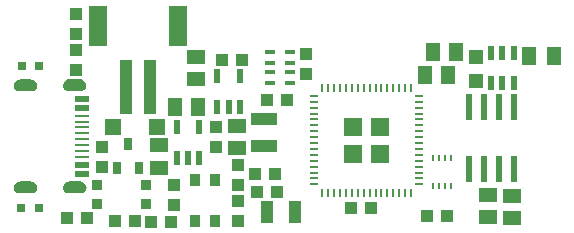
<source format=gbr>
G04 EAGLE Gerber RS-274X export*
G75*
%MOMM*%
%FSLAX34Y34*%
%LPD*%
%INSolderpaste Top*%
%IPPOS*%
%AMOC8*
5,1,8,0,0,1.08239X$1,22.5*%
G01*
%ADD10R,1.500000X1.240000*%
%ADD11R,1.000000X1.075000*%
%ADD12R,1.240000X1.500000*%
%ADD13R,0.800000X0.800000*%
%ADD14R,1.075000X1.000000*%
%ADD15R,0.900000X0.900000*%
%ADD16R,0.550000X1.200000*%
%ADD17R,1.000000X4.600000*%
%ADD18R,1.600000X3.400000*%
%ADD19R,1.100000X1.900000*%
%ADD20R,0.850000X1.000000*%
%ADD21R,0.275000X0.600000*%
%ADD22R,1.400000X1.400000*%
%ADD23R,0.635000X1.016000*%
%ADD24R,0.900000X0.450000*%
%ADD25R,0.220000X0.700000*%
%ADD26R,0.700000X0.220000*%
%ADD27R,1.524000X1.524000*%
%ADD28R,2.200000X1.016000*%
%ADD29R,0.600000X2.200000*%
%ADD30R,1.300000X1.200000*%
%ADD31R,1.200000X1.500000*%
%ADD32R,1.150000X0.575000*%
%ADD33R,1.150000X0.275000*%

G36*
X60833Y152649D02*
X60833Y152649D01*
X60834Y152649D01*
X61907Y152770D01*
X61908Y152771D01*
X61909Y152770D01*
X62929Y153127D01*
X62929Y153128D01*
X62930Y153128D01*
X63845Y153703D01*
X63846Y153703D01*
X64610Y154468D01*
X65185Y155383D01*
X65185Y155384D01*
X65186Y155384D01*
X65543Y156404D01*
X65543Y156405D01*
X65542Y156405D01*
X65543Y156406D01*
X65543Y156410D01*
X65544Y156415D01*
X65545Y156420D01*
X65547Y156440D01*
X65547Y156444D01*
X65547Y156445D01*
X65548Y156449D01*
X65548Y156450D01*
X65548Y156454D01*
X65549Y156459D01*
X65550Y156464D01*
X65550Y156469D01*
X65551Y156474D01*
X65551Y156479D01*
X65553Y156499D01*
X65554Y156499D01*
X65554Y156504D01*
X65555Y156509D01*
X65555Y156514D01*
X65556Y156519D01*
X65556Y156524D01*
X65557Y156529D01*
X65557Y156534D01*
X65558Y156539D01*
X65560Y156559D01*
X65561Y156564D01*
X65561Y156569D01*
X65562Y156574D01*
X65562Y156579D01*
X65563Y156584D01*
X65564Y156589D01*
X65564Y156594D01*
X65567Y156618D01*
X65567Y156623D01*
X65568Y156623D01*
X65567Y156623D01*
X65568Y156628D01*
X65569Y156633D01*
X65569Y156638D01*
X65570Y156643D01*
X65570Y156648D01*
X65571Y156653D01*
X65574Y156678D01*
X65574Y156683D01*
X65575Y156688D01*
X65575Y156693D01*
X65576Y156698D01*
X65576Y156703D01*
X65577Y156708D01*
X65578Y156713D01*
X65580Y156733D01*
X65580Y156738D01*
X65581Y156743D01*
X65581Y156748D01*
X65582Y156748D01*
X65581Y156748D01*
X65582Y156753D01*
X65583Y156758D01*
X65583Y156762D01*
X65583Y156763D01*
X65584Y156767D01*
X65584Y156768D01*
X65584Y156772D01*
X65587Y156792D01*
X65587Y156797D01*
X65588Y156802D01*
X65588Y156807D01*
X65589Y156812D01*
X65589Y156817D01*
X65590Y156822D01*
X65590Y156827D01*
X65591Y156832D01*
X65593Y156852D01*
X65594Y156857D01*
X65594Y156862D01*
X65595Y156867D01*
X65595Y156872D01*
X65596Y156872D01*
X65595Y156872D01*
X65596Y156877D01*
X65597Y156882D01*
X65597Y156887D01*
X65598Y156892D01*
X65600Y156912D01*
X65601Y156917D01*
X65601Y156921D01*
X65601Y156922D01*
X65602Y156926D01*
X65602Y156927D01*
X65602Y156931D01*
X65603Y156936D01*
X65603Y156941D01*
X65604Y156946D01*
X65607Y156971D01*
X65607Y156976D01*
X65608Y156981D01*
X65608Y156986D01*
X65609Y156991D01*
X65609Y156996D01*
X65610Y156996D01*
X65609Y156996D01*
X65610Y157001D01*
X65611Y157006D01*
X65613Y157031D01*
X65614Y157036D01*
X65615Y157041D01*
X65615Y157046D01*
X65616Y157051D01*
X65616Y157056D01*
X65617Y157061D01*
X65617Y157066D01*
X65620Y157085D01*
X65620Y157086D01*
X65620Y157090D01*
X65621Y157095D01*
X65621Y157100D01*
X65622Y157105D01*
X65622Y157110D01*
X65623Y157115D01*
X65623Y157120D01*
X65624Y157120D01*
X65623Y157120D01*
X65624Y157125D01*
X65626Y157145D01*
X65627Y157150D01*
X65627Y157155D01*
X65628Y157160D01*
X65629Y157165D01*
X65629Y157170D01*
X65630Y157175D01*
X65630Y157180D01*
X65631Y157185D01*
X65633Y157205D01*
X65634Y157210D01*
X65634Y157215D01*
X65635Y157220D01*
X65635Y157225D01*
X65636Y157230D01*
X65636Y157235D01*
X65637Y157239D01*
X65637Y157240D01*
X65637Y157244D01*
X65638Y157244D01*
X65637Y157245D01*
X65640Y157264D01*
X65640Y157269D01*
X65641Y157274D01*
X65641Y157279D01*
X65642Y157284D01*
X65643Y157289D01*
X65643Y157294D01*
X65644Y157299D01*
X65646Y157324D01*
X65647Y157329D01*
X65648Y157334D01*
X65648Y157339D01*
X65649Y157344D01*
X65649Y157349D01*
X65650Y157354D01*
X65650Y157359D01*
X65653Y157384D01*
X65654Y157389D01*
X65654Y157394D01*
X65655Y157398D01*
X65655Y157399D01*
X65655Y157403D01*
X65655Y157404D01*
X65656Y157408D01*
X65657Y157413D01*
X65657Y157418D01*
X65659Y157438D01*
X65660Y157443D01*
X65660Y157448D01*
X65661Y157453D01*
X65662Y157458D01*
X65662Y157463D01*
X65663Y157468D01*
X65663Y157473D01*
X65664Y157478D01*
X65664Y157479D01*
X65664Y157480D01*
X65664Y157481D01*
X65537Y158611D01*
X65536Y158611D01*
X65536Y158612D01*
X65161Y159686D01*
X65160Y159686D01*
X65160Y159687D01*
X64555Y160650D01*
X64554Y160650D01*
X64554Y160651D01*
X63750Y161455D01*
X63749Y161455D01*
X63749Y161456D01*
X62786Y162061D01*
X62785Y162061D01*
X62785Y162062D01*
X61711Y162437D01*
X61710Y162437D01*
X61710Y162438D01*
X60580Y162565D01*
X60579Y162565D01*
X50927Y162565D01*
X50926Y162565D01*
X50677Y162537D01*
X50633Y162532D01*
X50589Y162527D01*
X50545Y162522D01*
X50016Y162462D01*
X49972Y162457D01*
X49928Y162452D01*
X49927Y162452D01*
X49883Y162447D01*
X49796Y162438D01*
X49796Y162437D01*
X49795Y162437D01*
X48721Y162062D01*
X48721Y162061D01*
X48720Y162061D01*
X47757Y161456D01*
X47757Y161455D01*
X47756Y161455D01*
X46952Y160651D01*
X46952Y160650D01*
X46951Y160650D01*
X46346Y159687D01*
X46346Y159686D01*
X46345Y159686D01*
X45970Y158612D01*
X45970Y158611D01*
X45969Y158611D01*
X45967Y158592D01*
X45967Y158587D01*
X45966Y158582D01*
X45966Y158577D01*
X45965Y158572D01*
X45965Y158567D01*
X45964Y158562D01*
X45963Y158558D01*
X45963Y158557D01*
X45963Y158553D01*
X45963Y158552D01*
X45961Y158533D01*
X45960Y158528D01*
X45960Y158523D01*
X45959Y158523D01*
X45960Y158523D01*
X45959Y158518D01*
X45958Y158513D01*
X45958Y158508D01*
X45957Y158503D01*
X45957Y158498D01*
X45956Y158493D01*
X45954Y158473D01*
X45953Y158468D01*
X45953Y158463D01*
X45952Y158458D01*
X45952Y158453D01*
X45951Y158448D01*
X45951Y158443D01*
X45950Y158438D01*
X45949Y158433D01*
X45947Y158413D01*
X45947Y158408D01*
X45946Y158403D01*
X45946Y158399D01*
X45945Y158398D01*
X45946Y158398D01*
X45945Y158394D01*
X45945Y158393D01*
X45944Y158389D01*
X45944Y158384D01*
X45943Y158379D01*
X45943Y158374D01*
X45940Y158354D01*
X45940Y158349D01*
X45939Y158344D01*
X45939Y158339D01*
X45938Y158334D01*
X45938Y158329D01*
X45937Y158324D01*
X45937Y158319D01*
X45936Y158314D01*
X45934Y158294D01*
X45933Y158289D01*
X45933Y158284D01*
X45932Y158279D01*
X45932Y158274D01*
X45931Y158274D01*
X45932Y158274D01*
X45931Y158269D01*
X45930Y158264D01*
X45930Y158259D01*
X45929Y158254D01*
X45927Y158235D01*
X45927Y158234D01*
X45926Y158230D01*
X45926Y158225D01*
X45925Y158220D01*
X45925Y158215D01*
X45924Y158210D01*
X45924Y158205D01*
X45923Y158200D01*
X45923Y158195D01*
X45920Y158175D01*
X45920Y158170D01*
X45919Y158165D01*
X45919Y158160D01*
X45918Y158155D01*
X45918Y158150D01*
X45917Y158150D01*
X45918Y158150D01*
X45917Y158145D01*
X45916Y158140D01*
X45916Y158135D01*
X45914Y158115D01*
X45913Y158110D01*
X45912Y158105D01*
X45912Y158100D01*
X45911Y158095D01*
X45911Y158090D01*
X45910Y158085D01*
X45910Y158081D01*
X45910Y158080D01*
X45909Y158076D01*
X45909Y158075D01*
X45907Y158056D01*
X45906Y158051D01*
X45906Y158046D01*
X45905Y158041D01*
X45905Y158036D01*
X45904Y158031D01*
X45904Y158026D01*
X45903Y158026D01*
X45904Y158026D01*
X45903Y158021D01*
X45902Y158016D01*
X45900Y157996D01*
X45900Y157991D01*
X45899Y157986D01*
X45898Y157981D01*
X45898Y157976D01*
X45897Y157971D01*
X45897Y157966D01*
X45896Y157961D01*
X45893Y157936D01*
X45893Y157931D01*
X45892Y157926D01*
X45892Y157922D01*
X45892Y157921D01*
X45891Y157917D01*
X45891Y157916D01*
X45891Y157912D01*
X45890Y157907D01*
X45890Y157902D01*
X45889Y157902D01*
X45890Y157902D01*
X45887Y157877D01*
X45886Y157872D01*
X45886Y157867D01*
X45885Y157862D01*
X45884Y157857D01*
X45884Y157852D01*
X45883Y157847D01*
X45883Y157842D01*
X45880Y157817D01*
X45879Y157812D01*
X45879Y157807D01*
X45878Y157802D01*
X45878Y157797D01*
X45877Y157792D01*
X45877Y157787D01*
X45876Y157782D01*
X45873Y157758D01*
X45873Y157757D01*
X45873Y157753D01*
X45872Y157748D01*
X45872Y157743D01*
X45871Y157738D01*
X45870Y157733D01*
X45870Y157728D01*
X45869Y157723D01*
X45867Y157698D01*
X45866Y157693D01*
X45865Y157688D01*
X45865Y157683D01*
X45864Y157678D01*
X45864Y157673D01*
X45863Y157668D01*
X45863Y157663D01*
X45860Y157643D01*
X45860Y157638D01*
X45859Y157633D01*
X45859Y157628D01*
X45858Y157623D01*
X45858Y157618D01*
X45857Y157613D01*
X45856Y157608D01*
X45856Y157604D01*
X45856Y157603D01*
X45854Y157584D01*
X45853Y157579D01*
X45853Y157574D01*
X45852Y157569D01*
X45851Y157564D01*
X45851Y157559D01*
X45850Y157554D01*
X45850Y157549D01*
X45849Y157544D01*
X45847Y157524D01*
X45846Y157519D01*
X45846Y157514D01*
X45845Y157509D01*
X45845Y157504D01*
X45844Y157499D01*
X45844Y157494D01*
X45843Y157489D01*
X45842Y157484D01*
X45842Y157481D01*
X45843Y157480D01*
X45842Y157479D01*
X45963Y156406D01*
X45964Y156405D01*
X45963Y156404D01*
X46320Y155384D01*
X46321Y155384D01*
X46321Y155383D01*
X46896Y154468D01*
X47661Y153703D01*
X48576Y153128D01*
X48577Y153128D01*
X48577Y153127D01*
X49597Y152770D01*
X49598Y152771D01*
X49599Y152770D01*
X50672Y152649D01*
X50673Y152649D01*
X60833Y152649D01*
X60833Y152649D01*
G37*
G36*
X19050Y152522D02*
X19050Y152522D01*
X19051Y152522D01*
X20124Y152643D01*
X20125Y152644D01*
X20126Y152643D01*
X21146Y153000D01*
X21146Y153001D01*
X21147Y153001D01*
X22062Y153576D01*
X22063Y153576D01*
X22827Y154341D01*
X23402Y155256D01*
X23402Y155257D01*
X23403Y155257D01*
X23760Y156277D01*
X23760Y156278D01*
X23759Y156278D01*
X23760Y156279D01*
X23760Y156283D01*
X23761Y156288D01*
X23762Y156293D01*
X23764Y156313D01*
X23764Y156317D01*
X23764Y156318D01*
X23765Y156322D01*
X23765Y156323D01*
X23765Y156327D01*
X23766Y156332D01*
X23767Y156337D01*
X23767Y156342D01*
X23768Y156347D01*
X23768Y156352D01*
X23770Y156372D01*
X23771Y156372D01*
X23771Y156377D01*
X23772Y156382D01*
X23772Y156387D01*
X23773Y156392D01*
X23773Y156397D01*
X23774Y156402D01*
X23774Y156407D01*
X23775Y156412D01*
X23777Y156432D01*
X23778Y156437D01*
X23778Y156442D01*
X23779Y156447D01*
X23779Y156452D01*
X23780Y156457D01*
X23781Y156462D01*
X23781Y156467D01*
X23784Y156491D01*
X23784Y156496D01*
X23785Y156496D01*
X23784Y156496D01*
X23785Y156501D01*
X23786Y156506D01*
X23786Y156511D01*
X23787Y156516D01*
X23787Y156521D01*
X23788Y156526D01*
X23791Y156551D01*
X23791Y156556D01*
X23792Y156561D01*
X23792Y156566D01*
X23793Y156571D01*
X23793Y156576D01*
X23794Y156581D01*
X23795Y156586D01*
X23797Y156606D01*
X23797Y156611D01*
X23798Y156616D01*
X23798Y156621D01*
X23799Y156621D01*
X23798Y156621D01*
X23799Y156626D01*
X23800Y156631D01*
X23800Y156635D01*
X23800Y156636D01*
X23801Y156640D01*
X23801Y156641D01*
X23801Y156645D01*
X23804Y156665D01*
X23804Y156670D01*
X23805Y156675D01*
X23805Y156680D01*
X23806Y156685D01*
X23806Y156690D01*
X23807Y156695D01*
X23807Y156700D01*
X23808Y156705D01*
X23810Y156725D01*
X23811Y156730D01*
X23811Y156735D01*
X23812Y156740D01*
X23812Y156745D01*
X23813Y156745D01*
X23812Y156745D01*
X23813Y156750D01*
X23814Y156755D01*
X23814Y156760D01*
X23815Y156765D01*
X23817Y156785D01*
X23818Y156790D01*
X23818Y156794D01*
X23818Y156795D01*
X23819Y156799D01*
X23819Y156800D01*
X23819Y156804D01*
X23820Y156809D01*
X23820Y156814D01*
X23821Y156819D01*
X23824Y156844D01*
X23824Y156849D01*
X23825Y156854D01*
X23825Y156859D01*
X23826Y156864D01*
X23826Y156869D01*
X23827Y156869D01*
X23826Y156869D01*
X23827Y156874D01*
X23828Y156879D01*
X23830Y156904D01*
X23831Y156909D01*
X23832Y156914D01*
X23832Y156919D01*
X23833Y156924D01*
X23833Y156929D01*
X23834Y156934D01*
X23834Y156939D01*
X23837Y156958D01*
X23837Y156959D01*
X23837Y156963D01*
X23838Y156968D01*
X23838Y156973D01*
X23839Y156978D01*
X23839Y156983D01*
X23840Y156988D01*
X23840Y156993D01*
X23841Y156993D01*
X23840Y156993D01*
X23841Y156998D01*
X23843Y157018D01*
X23844Y157023D01*
X23844Y157028D01*
X23845Y157033D01*
X23846Y157038D01*
X23846Y157043D01*
X23847Y157048D01*
X23847Y157053D01*
X23848Y157058D01*
X23850Y157078D01*
X23851Y157083D01*
X23851Y157088D01*
X23852Y157093D01*
X23852Y157098D01*
X23853Y157103D01*
X23853Y157108D01*
X23854Y157112D01*
X23854Y157113D01*
X23854Y157117D01*
X23855Y157117D01*
X23854Y157118D01*
X23857Y157137D01*
X23857Y157142D01*
X23858Y157147D01*
X23858Y157152D01*
X23859Y157157D01*
X23860Y157162D01*
X23860Y157167D01*
X23861Y157172D01*
X23863Y157197D01*
X23864Y157202D01*
X23865Y157207D01*
X23865Y157212D01*
X23866Y157217D01*
X23866Y157222D01*
X23867Y157227D01*
X23867Y157232D01*
X23870Y157257D01*
X23871Y157262D01*
X23871Y157267D01*
X23872Y157271D01*
X23872Y157272D01*
X23872Y157276D01*
X23872Y157277D01*
X23873Y157281D01*
X23874Y157286D01*
X23874Y157291D01*
X23876Y157311D01*
X23877Y157316D01*
X23877Y157321D01*
X23878Y157326D01*
X23879Y157331D01*
X23879Y157336D01*
X23880Y157341D01*
X23880Y157346D01*
X23881Y157351D01*
X23881Y157352D01*
X23881Y157353D01*
X23881Y157354D01*
X23754Y158484D01*
X23753Y158484D01*
X23753Y158485D01*
X23378Y159559D01*
X23377Y159559D01*
X23377Y159560D01*
X22772Y160523D01*
X22771Y160523D01*
X22771Y160524D01*
X21967Y161328D01*
X21966Y161328D01*
X21966Y161329D01*
X21003Y161934D01*
X21002Y161934D01*
X21002Y161935D01*
X19928Y162310D01*
X19927Y162310D01*
X19927Y162311D01*
X18797Y162438D01*
X18796Y162438D01*
X9144Y162438D01*
X9143Y162438D01*
X8894Y162410D01*
X8850Y162405D01*
X8806Y162400D01*
X8762Y162395D01*
X8233Y162335D01*
X8189Y162330D01*
X8145Y162325D01*
X8144Y162325D01*
X8100Y162320D01*
X8013Y162311D01*
X8013Y162310D01*
X8012Y162310D01*
X6938Y161935D01*
X6938Y161934D01*
X6937Y161934D01*
X5974Y161329D01*
X5974Y161328D01*
X5973Y161328D01*
X5169Y160524D01*
X5169Y160523D01*
X5168Y160523D01*
X4563Y159560D01*
X4563Y159559D01*
X4562Y159559D01*
X4187Y158485D01*
X4187Y158484D01*
X4186Y158484D01*
X4184Y158465D01*
X4184Y158460D01*
X4183Y158455D01*
X4183Y158450D01*
X4182Y158445D01*
X4182Y158440D01*
X4181Y158435D01*
X4180Y158431D01*
X4180Y158430D01*
X4180Y158426D01*
X4180Y158425D01*
X4178Y158406D01*
X4177Y158401D01*
X4177Y158396D01*
X4176Y158396D01*
X4177Y158396D01*
X4176Y158391D01*
X4175Y158386D01*
X4175Y158381D01*
X4174Y158376D01*
X4174Y158371D01*
X4173Y158366D01*
X4171Y158346D01*
X4170Y158341D01*
X4170Y158336D01*
X4169Y158331D01*
X4169Y158326D01*
X4168Y158321D01*
X4168Y158316D01*
X4167Y158311D01*
X4166Y158306D01*
X4164Y158286D01*
X4164Y158281D01*
X4163Y158276D01*
X4163Y158272D01*
X4162Y158271D01*
X4163Y158271D01*
X4162Y158267D01*
X4162Y158266D01*
X4161Y158262D01*
X4161Y158257D01*
X4160Y158252D01*
X4160Y158247D01*
X4157Y158227D01*
X4157Y158222D01*
X4156Y158217D01*
X4156Y158212D01*
X4155Y158207D01*
X4155Y158202D01*
X4154Y158197D01*
X4154Y158192D01*
X4153Y158187D01*
X4151Y158167D01*
X4150Y158162D01*
X4150Y158157D01*
X4149Y158152D01*
X4149Y158147D01*
X4148Y158147D01*
X4149Y158147D01*
X4148Y158142D01*
X4147Y158137D01*
X4147Y158132D01*
X4146Y158127D01*
X4144Y158108D01*
X4144Y158107D01*
X4143Y158103D01*
X4143Y158098D01*
X4142Y158093D01*
X4142Y158088D01*
X4141Y158083D01*
X4141Y158078D01*
X4140Y158073D01*
X4140Y158068D01*
X4137Y158048D01*
X4137Y158043D01*
X4136Y158038D01*
X4136Y158033D01*
X4135Y158028D01*
X4135Y158023D01*
X4134Y158023D01*
X4135Y158023D01*
X4134Y158018D01*
X4133Y158013D01*
X4133Y158008D01*
X4131Y157988D01*
X4130Y157983D01*
X4129Y157978D01*
X4129Y157973D01*
X4128Y157968D01*
X4128Y157963D01*
X4127Y157958D01*
X4127Y157954D01*
X4127Y157953D01*
X4126Y157949D01*
X4126Y157948D01*
X4124Y157929D01*
X4123Y157924D01*
X4123Y157919D01*
X4122Y157914D01*
X4122Y157909D01*
X4121Y157904D01*
X4121Y157899D01*
X4120Y157899D01*
X4121Y157899D01*
X4120Y157894D01*
X4119Y157889D01*
X4117Y157869D01*
X4117Y157864D01*
X4116Y157859D01*
X4115Y157854D01*
X4115Y157849D01*
X4114Y157844D01*
X4114Y157839D01*
X4113Y157834D01*
X4110Y157809D01*
X4110Y157804D01*
X4109Y157799D01*
X4109Y157795D01*
X4109Y157794D01*
X4108Y157790D01*
X4108Y157789D01*
X4108Y157785D01*
X4107Y157780D01*
X4107Y157775D01*
X4106Y157775D01*
X4107Y157775D01*
X4104Y157750D01*
X4103Y157745D01*
X4103Y157740D01*
X4102Y157735D01*
X4101Y157730D01*
X4101Y157725D01*
X4100Y157720D01*
X4100Y157715D01*
X4097Y157690D01*
X4096Y157685D01*
X4096Y157680D01*
X4095Y157675D01*
X4095Y157670D01*
X4094Y157665D01*
X4094Y157660D01*
X4093Y157655D01*
X4090Y157631D01*
X4090Y157630D01*
X4090Y157626D01*
X4089Y157621D01*
X4089Y157616D01*
X4088Y157611D01*
X4087Y157606D01*
X4087Y157601D01*
X4086Y157596D01*
X4084Y157571D01*
X4083Y157566D01*
X4082Y157561D01*
X4082Y157556D01*
X4081Y157551D01*
X4081Y157546D01*
X4080Y157541D01*
X4080Y157536D01*
X4077Y157516D01*
X4077Y157511D01*
X4076Y157506D01*
X4076Y157501D01*
X4075Y157496D01*
X4075Y157491D01*
X4074Y157486D01*
X4073Y157481D01*
X4073Y157477D01*
X4073Y157476D01*
X4071Y157457D01*
X4070Y157452D01*
X4070Y157447D01*
X4069Y157442D01*
X4068Y157437D01*
X4068Y157432D01*
X4067Y157427D01*
X4067Y157422D01*
X4066Y157417D01*
X4064Y157397D01*
X4063Y157392D01*
X4063Y157387D01*
X4062Y157382D01*
X4062Y157377D01*
X4061Y157372D01*
X4061Y157367D01*
X4060Y157362D01*
X4059Y157357D01*
X4059Y157354D01*
X4060Y157353D01*
X4059Y157352D01*
X4180Y156279D01*
X4181Y156278D01*
X4180Y156277D01*
X4537Y155257D01*
X4538Y155257D01*
X4538Y155256D01*
X5113Y154341D01*
X5878Y153576D01*
X6793Y153001D01*
X6794Y153001D01*
X6794Y153000D01*
X7814Y152643D01*
X7815Y152644D01*
X7816Y152643D01*
X8889Y152522D01*
X8890Y152522D01*
X19050Y152522D01*
X19050Y152522D01*
G37*
G36*
X60960Y66162D02*
X60960Y66162D01*
X60961Y66162D01*
X62034Y66283D01*
X62035Y66284D01*
X62036Y66283D01*
X63056Y66640D01*
X63056Y66641D01*
X63057Y66641D01*
X63972Y67216D01*
X63973Y67216D01*
X64737Y67981D01*
X65312Y68896D01*
X65312Y68897D01*
X65313Y68897D01*
X65670Y69917D01*
X65670Y69918D01*
X65669Y69918D01*
X65670Y69919D01*
X65670Y69923D01*
X65671Y69928D01*
X65672Y69933D01*
X65674Y69953D01*
X65674Y69957D01*
X65674Y69958D01*
X65675Y69962D01*
X65675Y69963D01*
X65675Y69967D01*
X65676Y69972D01*
X65677Y69977D01*
X65677Y69982D01*
X65678Y69987D01*
X65678Y69992D01*
X65680Y70012D01*
X65681Y70012D01*
X65681Y70017D01*
X65682Y70022D01*
X65682Y70027D01*
X65683Y70032D01*
X65683Y70037D01*
X65684Y70042D01*
X65684Y70047D01*
X65685Y70052D01*
X65687Y70072D01*
X65688Y70077D01*
X65688Y70082D01*
X65689Y70087D01*
X65689Y70092D01*
X65690Y70097D01*
X65691Y70102D01*
X65691Y70107D01*
X65694Y70131D01*
X65694Y70136D01*
X65695Y70136D01*
X65694Y70136D01*
X65695Y70141D01*
X65696Y70146D01*
X65696Y70151D01*
X65697Y70156D01*
X65697Y70161D01*
X65698Y70166D01*
X65701Y70191D01*
X65701Y70196D01*
X65702Y70201D01*
X65702Y70206D01*
X65703Y70211D01*
X65703Y70216D01*
X65704Y70221D01*
X65705Y70226D01*
X65707Y70246D01*
X65707Y70251D01*
X65708Y70256D01*
X65708Y70261D01*
X65709Y70261D01*
X65708Y70261D01*
X65709Y70266D01*
X65710Y70271D01*
X65710Y70275D01*
X65710Y70276D01*
X65711Y70280D01*
X65711Y70281D01*
X65711Y70285D01*
X65714Y70305D01*
X65714Y70310D01*
X65715Y70315D01*
X65715Y70320D01*
X65716Y70325D01*
X65716Y70330D01*
X65717Y70335D01*
X65717Y70340D01*
X65718Y70345D01*
X65720Y70365D01*
X65721Y70370D01*
X65721Y70375D01*
X65722Y70380D01*
X65722Y70385D01*
X65723Y70385D01*
X65722Y70385D01*
X65723Y70390D01*
X65724Y70395D01*
X65724Y70400D01*
X65725Y70405D01*
X65727Y70425D01*
X65728Y70430D01*
X65728Y70434D01*
X65728Y70435D01*
X65729Y70439D01*
X65729Y70440D01*
X65729Y70444D01*
X65730Y70449D01*
X65730Y70454D01*
X65731Y70459D01*
X65734Y70484D01*
X65734Y70489D01*
X65735Y70494D01*
X65735Y70499D01*
X65736Y70504D01*
X65736Y70509D01*
X65737Y70509D01*
X65736Y70509D01*
X65737Y70514D01*
X65738Y70519D01*
X65740Y70544D01*
X65741Y70549D01*
X65742Y70554D01*
X65742Y70559D01*
X65743Y70564D01*
X65743Y70569D01*
X65744Y70574D01*
X65744Y70579D01*
X65747Y70598D01*
X65747Y70599D01*
X65747Y70603D01*
X65748Y70608D01*
X65748Y70613D01*
X65749Y70618D01*
X65749Y70623D01*
X65750Y70628D01*
X65750Y70633D01*
X65751Y70633D01*
X65750Y70633D01*
X65751Y70638D01*
X65753Y70658D01*
X65754Y70663D01*
X65754Y70668D01*
X65755Y70673D01*
X65756Y70678D01*
X65756Y70683D01*
X65757Y70688D01*
X65757Y70693D01*
X65758Y70698D01*
X65760Y70718D01*
X65761Y70723D01*
X65761Y70728D01*
X65762Y70733D01*
X65762Y70738D01*
X65763Y70743D01*
X65763Y70748D01*
X65764Y70752D01*
X65764Y70753D01*
X65764Y70757D01*
X65765Y70757D01*
X65764Y70758D01*
X65767Y70777D01*
X65767Y70782D01*
X65768Y70787D01*
X65768Y70792D01*
X65769Y70797D01*
X65770Y70802D01*
X65770Y70807D01*
X65771Y70812D01*
X65773Y70837D01*
X65774Y70842D01*
X65775Y70847D01*
X65775Y70852D01*
X65776Y70857D01*
X65776Y70862D01*
X65777Y70867D01*
X65777Y70872D01*
X65780Y70897D01*
X65781Y70902D01*
X65781Y70907D01*
X65782Y70911D01*
X65782Y70912D01*
X65782Y70916D01*
X65782Y70917D01*
X65783Y70921D01*
X65784Y70926D01*
X65784Y70931D01*
X65786Y70951D01*
X65787Y70956D01*
X65787Y70961D01*
X65788Y70966D01*
X65789Y70971D01*
X65789Y70976D01*
X65790Y70981D01*
X65790Y70986D01*
X65791Y70991D01*
X65791Y70992D01*
X65791Y70993D01*
X65791Y70994D01*
X65664Y72124D01*
X65663Y72124D01*
X65663Y72125D01*
X65288Y73199D01*
X65287Y73199D01*
X65287Y73200D01*
X64682Y74163D01*
X64681Y74163D01*
X64681Y74164D01*
X63877Y74968D01*
X63876Y74968D01*
X63876Y74969D01*
X62913Y75574D01*
X62912Y75574D01*
X62912Y75575D01*
X61838Y75950D01*
X61837Y75950D01*
X61837Y75951D01*
X60707Y76078D01*
X60706Y76078D01*
X51054Y76078D01*
X51053Y76078D01*
X50804Y76050D01*
X50760Y76045D01*
X50716Y76040D01*
X50672Y76035D01*
X50143Y75975D01*
X50099Y75970D01*
X50055Y75965D01*
X50054Y75965D01*
X50010Y75960D01*
X49923Y75951D01*
X49923Y75950D01*
X49922Y75950D01*
X48848Y75575D01*
X48848Y75574D01*
X48847Y75574D01*
X47884Y74969D01*
X47884Y74968D01*
X47883Y74968D01*
X47079Y74164D01*
X47079Y74163D01*
X47078Y74163D01*
X46473Y73200D01*
X46473Y73199D01*
X46472Y73199D01*
X46097Y72125D01*
X46097Y72124D01*
X46096Y72124D01*
X46094Y72105D01*
X46094Y72100D01*
X46093Y72095D01*
X46093Y72090D01*
X46092Y72085D01*
X46092Y72080D01*
X46091Y72075D01*
X46090Y72071D01*
X46090Y72070D01*
X46090Y72066D01*
X46090Y72065D01*
X46088Y72046D01*
X46087Y72041D01*
X46087Y72036D01*
X46086Y72036D01*
X46087Y72036D01*
X46086Y72031D01*
X46085Y72026D01*
X46085Y72021D01*
X46084Y72016D01*
X46084Y72011D01*
X46083Y72006D01*
X46081Y71986D01*
X46080Y71981D01*
X46080Y71976D01*
X46079Y71971D01*
X46079Y71966D01*
X46078Y71961D01*
X46078Y71956D01*
X46077Y71951D01*
X46076Y71946D01*
X46074Y71926D01*
X46074Y71921D01*
X46073Y71916D01*
X46073Y71912D01*
X46072Y71911D01*
X46073Y71911D01*
X46072Y71907D01*
X46072Y71906D01*
X46071Y71902D01*
X46071Y71897D01*
X46070Y71892D01*
X46070Y71887D01*
X46067Y71867D01*
X46067Y71862D01*
X46066Y71857D01*
X46066Y71852D01*
X46065Y71847D01*
X46065Y71842D01*
X46064Y71837D01*
X46064Y71832D01*
X46063Y71827D01*
X46061Y71807D01*
X46060Y71802D01*
X46060Y71797D01*
X46059Y71792D01*
X46059Y71787D01*
X46058Y71787D01*
X46059Y71787D01*
X46058Y71782D01*
X46057Y71777D01*
X46057Y71772D01*
X46056Y71767D01*
X46054Y71748D01*
X46054Y71747D01*
X46053Y71743D01*
X46053Y71738D01*
X46052Y71733D01*
X46052Y71728D01*
X46051Y71723D01*
X46051Y71718D01*
X46050Y71713D01*
X46050Y71708D01*
X46047Y71688D01*
X46047Y71683D01*
X46046Y71678D01*
X46046Y71673D01*
X46045Y71668D01*
X46045Y71663D01*
X46044Y71663D01*
X46045Y71663D01*
X46044Y71658D01*
X46043Y71653D01*
X46043Y71648D01*
X46041Y71628D01*
X46040Y71623D01*
X46039Y71618D01*
X46039Y71613D01*
X46038Y71608D01*
X46038Y71603D01*
X46037Y71598D01*
X46037Y71594D01*
X46037Y71593D01*
X46036Y71589D01*
X46036Y71588D01*
X46034Y71569D01*
X46033Y71564D01*
X46033Y71559D01*
X46032Y71554D01*
X46032Y71549D01*
X46031Y71544D01*
X46031Y71539D01*
X46030Y71539D01*
X46031Y71539D01*
X46030Y71534D01*
X46029Y71529D01*
X46027Y71509D01*
X46027Y71504D01*
X46026Y71499D01*
X46025Y71494D01*
X46025Y71489D01*
X46024Y71484D01*
X46024Y71479D01*
X46023Y71474D01*
X46020Y71449D01*
X46020Y71444D01*
X46019Y71439D01*
X46019Y71435D01*
X46019Y71434D01*
X46018Y71430D01*
X46018Y71429D01*
X46018Y71425D01*
X46017Y71420D01*
X46017Y71415D01*
X46016Y71415D01*
X46017Y71415D01*
X46014Y71390D01*
X46013Y71385D01*
X46013Y71380D01*
X46012Y71375D01*
X46011Y71370D01*
X46011Y71365D01*
X46010Y71360D01*
X46010Y71355D01*
X46007Y71330D01*
X46006Y71325D01*
X46006Y71320D01*
X46005Y71315D01*
X46005Y71310D01*
X46004Y71305D01*
X46004Y71300D01*
X46003Y71295D01*
X46000Y71271D01*
X46000Y71270D01*
X46000Y71266D01*
X45999Y71261D01*
X45999Y71256D01*
X45998Y71251D01*
X45997Y71246D01*
X45997Y71241D01*
X45996Y71236D01*
X45994Y71211D01*
X45993Y71206D01*
X45992Y71201D01*
X45992Y71196D01*
X45991Y71191D01*
X45991Y71186D01*
X45990Y71181D01*
X45990Y71176D01*
X45987Y71156D01*
X45987Y71151D01*
X45986Y71146D01*
X45986Y71141D01*
X45985Y71136D01*
X45985Y71131D01*
X45984Y71126D01*
X45983Y71121D01*
X45983Y71117D01*
X45983Y71116D01*
X45981Y71097D01*
X45980Y71092D01*
X45980Y71087D01*
X45979Y71082D01*
X45978Y71077D01*
X45978Y71072D01*
X45977Y71067D01*
X45977Y71062D01*
X45976Y71057D01*
X45974Y71037D01*
X45973Y71032D01*
X45973Y71027D01*
X45972Y71022D01*
X45972Y71017D01*
X45971Y71012D01*
X45971Y71007D01*
X45970Y71002D01*
X45969Y70997D01*
X45969Y70994D01*
X45970Y70993D01*
X45969Y70992D01*
X46090Y69919D01*
X46091Y69918D01*
X46090Y69917D01*
X46447Y68897D01*
X46448Y68897D01*
X46448Y68896D01*
X47023Y67981D01*
X47788Y67216D01*
X48703Y66641D01*
X48704Y66641D01*
X48704Y66640D01*
X49724Y66283D01*
X49725Y66284D01*
X49726Y66283D01*
X50799Y66162D01*
X50800Y66162D01*
X60960Y66162D01*
X60960Y66162D01*
G37*
G36*
X19050Y66162D02*
X19050Y66162D01*
X19051Y66162D01*
X20124Y66283D01*
X20125Y66284D01*
X20126Y66283D01*
X21146Y66640D01*
X21146Y66641D01*
X21147Y66641D01*
X22062Y67216D01*
X22063Y67216D01*
X22827Y67981D01*
X23402Y68896D01*
X23402Y68897D01*
X23403Y68897D01*
X23760Y69917D01*
X23760Y69918D01*
X23759Y69918D01*
X23760Y69919D01*
X23760Y69923D01*
X23761Y69928D01*
X23762Y69933D01*
X23764Y69953D01*
X23764Y69957D01*
X23764Y69958D01*
X23765Y69962D01*
X23765Y69963D01*
X23765Y69967D01*
X23766Y69972D01*
X23767Y69977D01*
X23767Y69982D01*
X23768Y69987D01*
X23768Y69992D01*
X23770Y70012D01*
X23771Y70012D01*
X23771Y70017D01*
X23772Y70022D01*
X23772Y70027D01*
X23773Y70032D01*
X23773Y70037D01*
X23774Y70042D01*
X23774Y70047D01*
X23775Y70052D01*
X23777Y70072D01*
X23778Y70077D01*
X23778Y70082D01*
X23779Y70087D01*
X23779Y70092D01*
X23780Y70097D01*
X23781Y70102D01*
X23781Y70107D01*
X23784Y70131D01*
X23784Y70136D01*
X23785Y70136D01*
X23784Y70136D01*
X23785Y70141D01*
X23786Y70146D01*
X23786Y70151D01*
X23787Y70156D01*
X23787Y70161D01*
X23788Y70166D01*
X23791Y70191D01*
X23791Y70196D01*
X23792Y70201D01*
X23792Y70206D01*
X23793Y70211D01*
X23793Y70216D01*
X23794Y70221D01*
X23795Y70226D01*
X23797Y70246D01*
X23797Y70251D01*
X23798Y70256D01*
X23798Y70261D01*
X23799Y70261D01*
X23798Y70261D01*
X23799Y70266D01*
X23800Y70271D01*
X23800Y70275D01*
X23800Y70276D01*
X23801Y70280D01*
X23801Y70281D01*
X23801Y70285D01*
X23804Y70305D01*
X23804Y70310D01*
X23805Y70315D01*
X23805Y70320D01*
X23806Y70325D01*
X23806Y70330D01*
X23807Y70335D01*
X23807Y70340D01*
X23808Y70345D01*
X23810Y70365D01*
X23811Y70370D01*
X23811Y70375D01*
X23812Y70380D01*
X23812Y70385D01*
X23813Y70385D01*
X23812Y70385D01*
X23813Y70390D01*
X23814Y70395D01*
X23814Y70400D01*
X23815Y70405D01*
X23817Y70425D01*
X23818Y70430D01*
X23818Y70434D01*
X23818Y70435D01*
X23819Y70439D01*
X23819Y70440D01*
X23819Y70444D01*
X23820Y70449D01*
X23820Y70454D01*
X23821Y70459D01*
X23824Y70484D01*
X23824Y70489D01*
X23825Y70494D01*
X23825Y70499D01*
X23826Y70504D01*
X23826Y70509D01*
X23827Y70509D01*
X23826Y70509D01*
X23827Y70514D01*
X23828Y70519D01*
X23830Y70544D01*
X23831Y70549D01*
X23832Y70554D01*
X23832Y70559D01*
X23833Y70564D01*
X23833Y70569D01*
X23834Y70574D01*
X23834Y70579D01*
X23837Y70598D01*
X23837Y70599D01*
X23837Y70603D01*
X23838Y70608D01*
X23838Y70613D01*
X23839Y70618D01*
X23839Y70623D01*
X23840Y70628D01*
X23840Y70633D01*
X23841Y70633D01*
X23840Y70633D01*
X23841Y70638D01*
X23843Y70658D01*
X23844Y70663D01*
X23844Y70668D01*
X23845Y70673D01*
X23846Y70678D01*
X23846Y70683D01*
X23847Y70688D01*
X23847Y70693D01*
X23848Y70698D01*
X23850Y70718D01*
X23851Y70723D01*
X23851Y70728D01*
X23852Y70733D01*
X23852Y70738D01*
X23853Y70743D01*
X23853Y70748D01*
X23854Y70752D01*
X23854Y70753D01*
X23854Y70757D01*
X23855Y70757D01*
X23854Y70758D01*
X23857Y70777D01*
X23857Y70782D01*
X23858Y70787D01*
X23858Y70792D01*
X23859Y70797D01*
X23860Y70802D01*
X23860Y70807D01*
X23861Y70812D01*
X23863Y70837D01*
X23864Y70842D01*
X23865Y70847D01*
X23865Y70852D01*
X23866Y70857D01*
X23866Y70862D01*
X23867Y70867D01*
X23867Y70872D01*
X23870Y70897D01*
X23871Y70902D01*
X23871Y70907D01*
X23872Y70911D01*
X23872Y70912D01*
X23872Y70916D01*
X23872Y70917D01*
X23873Y70921D01*
X23874Y70926D01*
X23874Y70931D01*
X23876Y70951D01*
X23877Y70956D01*
X23877Y70961D01*
X23878Y70966D01*
X23879Y70971D01*
X23879Y70976D01*
X23880Y70981D01*
X23880Y70986D01*
X23881Y70991D01*
X23881Y70992D01*
X23881Y70993D01*
X23881Y70994D01*
X23754Y72124D01*
X23753Y72124D01*
X23753Y72125D01*
X23378Y73199D01*
X23377Y73199D01*
X23377Y73200D01*
X22772Y74163D01*
X22771Y74163D01*
X22771Y74164D01*
X21967Y74968D01*
X21966Y74968D01*
X21966Y74969D01*
X21003Y75574D01*
X21002Y75574D01*
X21002Y75575D01*
X19928Y75950D01*
X19927Y75950D01*
X19927Y75951D01*
X18797Y76078D01*
X18796Y76078D01*
X9144Y76078D01*
X9143Y76078D01*
X8894Y76050D01*
X8850Y76045D01*
X8806Y76040D01*
X8762Y76035D01*
X8233Y75975D01*
X8189Y75970D01*
X8145Y75965D01*
X8144Y75965D01*
X8100Y75960D01*
X8013Y75951D01*
X8013Y75950D01*
X8012Y75950D01*
X6938Y75575D01*
X6938Y75574D01*
X6937Y75574D01*
X5974Y74969D01*
X5974Y74968D01*
X5973Y74968D01*
X5169Y74164D01*
X5169Y74163D01*
X5168Y74163D01*
X4563Y73200D01*
X4563Y73199D01*
X4562Y73199D01*
X4187Y72125D01*
X4187Y72124D01*
X4186Y72124D01*
X4184Y72105D01*
X4184Y72100D01*
X4183Y72095D01*
X4183Y72090D01*
X4182Y72085D01*
X4182Y72080D01*
X4181Y72075D01*
X4180Y72071D01*
X4180Y72070D01*
X4180Y72066D01*
X4180Y72065D01*
X4178Y72046D01*
X4177Y72041D01*
X4177Y72036D01*
X4176Y72036D01*
X4177Y72036D01*
X4176Y72031D01*
X4175Y72026D01*
X4175Y72021D01*
X4174Y72016D01*
X4174Y72011D01*
X4173Y72006D01*
X4171Y71986D01*
X4170Y71981D01*
X4170Y71976D01*
X4169Y71971D01*
X4169Y71966D01*
X4168Y71961D01*
X4168Y71956D01*
X4167Y71951D01*
X4166Y71946D01*
X4164Y71926D01*
X4164Y71921D01*
X4163Y71916D01*
X4163Y71912D01*
X4162Y71911D01*
X4163Y71911D01*
X4162Y71907D01*
X4162Y71906D01*
X4161Y71902D01*
X4161Y71897D01*
X4160Y71892D01*
X4160Y71887D01*
X4157Y71867D01*
X4157Y71862D01*
X4156Y71857D01*
X4156Y71852D01*
X4155Y71847D01*
X4155Y71842D01*
X4154Y71837D01*
X4154Y71832D01*
X4153Y71827D01*
X4151Y71807D01*
X4150Y71802D01*
X4150Y71797D01*
X4149Y71792D01*
X4149Y71787D01*
X4148Y71787D01*
X4149Y71787D01*
X4148Y71782D01*
X4147Y71777D01*
X4147Y71772D01*
X4146Y71767D01*
X4144Y71748D01*
X4144Y71747D01*
X4143Y71743D01*
X4143Y71738D01*
X4142Y71733D01*
X4142Y71728D01*
X4141Y71723D01*
X4141Y71718D01*
X4140Y71713D01*
X4140Y71708D01*
X4137Y71688D01*
X4137Y71683D01*
X4136Y71678D01*
X4136Y71673D01*
X4135Y71668D01*
X4135Y71663D01*
X4134Y71663D01*
X4135Y71663D01*
X4134Y71658D01*
X4133Y71653D01*
X4133Y71648D01*
X4131Y71628D01*
X4130Y71623D01*
X4129Y71618D01*
X4129Y71613D01*
X4128Y71608D01*
X4128Y71603D01*
X4127Y71598D01*
X4127Y71594D01*
X4127Y71593D01*
X4126Y71589D01*
X4126Y71588D01*
X4124Y71569D01*
X4123Y71564D01*
X4123Y71559D01*
X4122Y71554D01*
X4122Y71549D01*
X4121Y71544D01*
X4121Y71539D01*
X4120Y71539D01*
X4121Y71539D01*
X4120Y71534D01*
X4119Y71529D01*
X4117Y71509D01*
X4117Y71504D01*
X4116Y71499D01*
X4115Y71494D01*
X4115Y71489D01*
X4114Y71484D01*
X4114Y71479D01*
X4113Y71474D01*
X4110Y71449D01*
X4110Y71444D01*
X4109Y71439D01*
X4109Y71435D01*
X4109Y71434D01*
X4108Y71430D01*
X4108Y71429D01*
X4108Y71425D01*
X4107Y71420D01*
X4107Y71415D01*
X4106Y71415D01*
X4107Y71415D01*
X4104Y71390D01*
X4103Y71385D01*
X4103Y71380D01*
X4102Y71375D01*
X4101Y71370D01*
X4101Y71365D01*
X4100Y71360D01*
X4100Y71355D01*
X4097Y71330D01*
X4096Y71325D01*
X4096Y71320D01*
X4095Y71315D01*
X4095Y71310D01*
X4094Y71305D01*
X4094Y71300D01*
X4093Y71295D01*
X4090Y71271D01*
X4090Y71270D01*
X4090Y71266D01*
X4089Y71261D01*
X4089Y71256D01*
X4088Y71251D01*
X4087Y71246D01*
X4087Y71241D01*
X4086Y71236D01*
X4084Y71211D01*
X4083Y71206D01*
X4082Y71201D01*
X4082Y71196D01*
X4081Y71191D01*
X4081Y71186D01*
X4080Y71181D01*
X4080Y71176D01*
X4077Y71156D01*
X4077Y71151D01*
X4076Y71146D01*
X4076Y71141D01*
X4075Y71136D01*
X4075Y71131D01*
X4074Y71126D01*
X4073Y71121D01*
X4073Y71117D01*
X4073Y71116D01*
X4071Y71097D01*
X4070Y71092D01*
X4070Y71087D01*
X4069Y71082D01*
X4068Y71077D01*
X4068Y71072D01*
X4067Y71067D01*
X4067Y71062D01*
X4066Y71057D01*
X4064Y71037D01*
X4063Y71032D01*
X4063Y71027D01*
X4062Y71022D01*
X4062Y71017D01*
X4061Y71012D01*
X4061Y71007D01*
X4060Y71002D01*
X4059Y70997D01*
X4059Y70994D01*
X4060Y70993D01*
X4059Y70992D01*
X4180Y69919D01*
X4181Y69918D01*
X4180Y69917D01*
X4537Y68897D01*
X4538Y68897D01*
X4538Y68896D01*
X5113Y67981D01*
X5878Y67216D01*
X6793Y66641D01*
X6794Y66641D01*
X6794Y66640D01*
X7814Y66283D01*
X7815Y66284D01*
X7816Y66283D01*
X8889Y66162D01*
X8890Y66162D01*
X19050Y66162D01*
X19050Y66162D01*
G37*
D10*
X126765Y106605D03*
X126765Y87605D03*
D11*
X251630Y167397D03*
X251630Y184397D03*
D12*
X140960Y139215D03*
X159960Y139215D03*
D13*
X10695Y174225D03*
X25695Y174225D03*
D14*
X120278Y42176D03*
X137278Y42176D03*
D11*
X56896Y217542D03*
X56896Y200542D03*
D15*
X74750Y57405D03*
X74750Y73405D03*
X115750Y73405D03*
X115750Y57405D03*
D16*
X142265Y96219D03*
X151765Y96219D03*
X161265Y96219D03*
X161265Y122221D03*
X142265Y122221D03*
D17*
X99220Y156040D03*
X119220Y156040D03*
D18*
X75220Y208040D03*
X143220Y208040D03*
D16*
X176555Y139145D03*
X186055Y139145D03*
X195555Y139145D03*
X195555Y165147D03*
X176555Y165147D03*
D13*
X25280Y53975D03*
X10280Y53975D03*
D14*
X49158Y45085D03*
X66158Y45085D03*
D10*
X158750Y181585D03*
X158750Y162585D03*
D14*
X180095Y179070D03*
X197095Y179070D03*
D11*
X193929Y42808D03*
X193929Y59808D03*
D14*
X226940Y67310D03*
X209940Y67310D03*
D19*
X218124Y50038D03*
X242124Y50038D03*
D12*
X352577Y166370D03*
X371577Y166370D03*
D20*
X174866Y77317D03*
X174866Y42317D03*
X157366Y77317D03*
X157366Y42317D03*
D21*
X358895Y72328D03*
X363895Y72328D03*
X368895Y72328D03*
X373895Y72328D03*
X358895Y96328D03*
X363895Y96328D03*
X368895Y96328D03*
X373895Y96328D03*
D14*
X370958Y47117D03*
X353958Y47117D03*
D11*
X193802Y72780D03*
X193802Y89780D03*
D14*
X306392Y53263D03*
X289392Y53263D03*
X106925Y42545D03*
X89925Y42545D03*
D22*
X125180Y121920D03*
X88180Y121920D03*
D23*
X100965Y107790D03*
X110465Y87790D03*
X91465Y87790D03*
D24*
X220735Y159720D03*
X237735Y159720D03*
X220735Y168720D03*
X220735Y176720D03*
X220735Y185720D03*
X237735Y185720D03*
X237735Y168720D03*
X237735Y176720D03*
D11*
X175641Y105165D03*
X175641Y122165D03*
X139827Y73524D03*
X139827Y56524D03*
D14*
X208035Y82550D03*
X225035Y82550D03*
D25*
X265395Y66625D03*
X270395Y66625D03*
X275395Y66625D03*
X280395Y66625D03*
X285395Y66625D03*
X290395Y66625D03*
X295395Y66625D03*
X300395Y66625D03*
X305395Y66625D03*
X310395Y66625D03*
X315395Y66625D03*
X320395Y66625D03*
X325395Y66625D03*
X330395Y66625D03*
X335395Y66625D03*
X340395Y66625D03*
D26*
X347395Y73625D03*
X347395Y78625D03*
X347395Y83625D03*
X347395Y88625D03*
X347395Y93625D03*
X347395Y98625D03*
X347395Y103625D03*
X347395Y108625D03*
X347395Y113625D03*
X347395Y118625D03*
X347395Y123625D03*
X347395Y128625D03*
X347395Y133625D03*
X347395Y138625D03*
X347395Y143625D03*
X347395Y148625D03*
D25*
X340395Y155625D03*
X335395Y155625D03*
X330395Y155625D03*
X325395Y155625D03*
X320395Y155625D03*
X315395Y155625D03*
X310395Y155625D03*
X305395Y155625D03*
X300395Y155625D03*
X295395Y155625D03*
X290395Y155625D03*
X285395Y155625D03*
X280395Y155625D03*
X275395Y155625D03*
X270395Y155625D03*
X265395Y155625D03*
D26*
X258395Y148625D03*
X258395Y143625D03*
X258395Y138625D03*
X258395Y133625D03*
X258395Y128625D03*
X258395Y123625D03*
X258395Y118625D03*
X258395Y113625D03*
X258395Y108625D03*
X258395Y103625D03*
X258395Y98625D03*
X258395Y93625D03*
X258395Y88625D03*
X258395Y83625D03*
X258395Y78625D03*
X258395Y73625D03*
D27*
X291465Y99695D03*
X291465Y122555D03*
X314325Y122555D03*
X314325Y99695D03*
D10*
X193167Y123419D03*
X193167Y104419D03*
D28*
X216154Y128745D03*
X216154Y106205D03*
D14*
X235195Y145415D03*
X218195Y145415D03*
D29*
X414655Y139030D03*
X414655Y87030D03*
X427355Y139030D03*
X401955Y139030D03*
X389255Y139030D03*
X427355Y87030D03*
X401955Y87030D03*
X389255Y87030D03*
D30*
X395605Y161290D03*
X395605Y181610D03*
D12*
X378435Y186055D03*
X359435Y186055D03*
D16*
X408330Y159085D03*
X417830Y159085D03*
X427330Y159085D03*
X427330Y185085D03*
X417830Y185085D03*
X408330Y185085D03*
D31*
X461350Y182245D03*
X440350Y182245D03*
D10*
X426085Y45110D03*
X426085Y64110D03*
X405765Y45745D03*
X405765Y64745D03*
D32*
X61485Y146300D03*
X61485Y138300D03*
D33*
X61485Y131800D03*
X61485Y126800D03*
X61485Y121800D03*
X61485Y116800D03*
X61485Y111800D03*
X61485Y106800D03*
X61485Y101800D03*
X61485Y96800D03*
D32*
X61485Y90300D03*
X61485Y82300D03*
D11*
X78740Y88655D03*
X78740Y105655D03*
X56515Y187570D03*
X56515Y170570D03*
M02*

</source>
